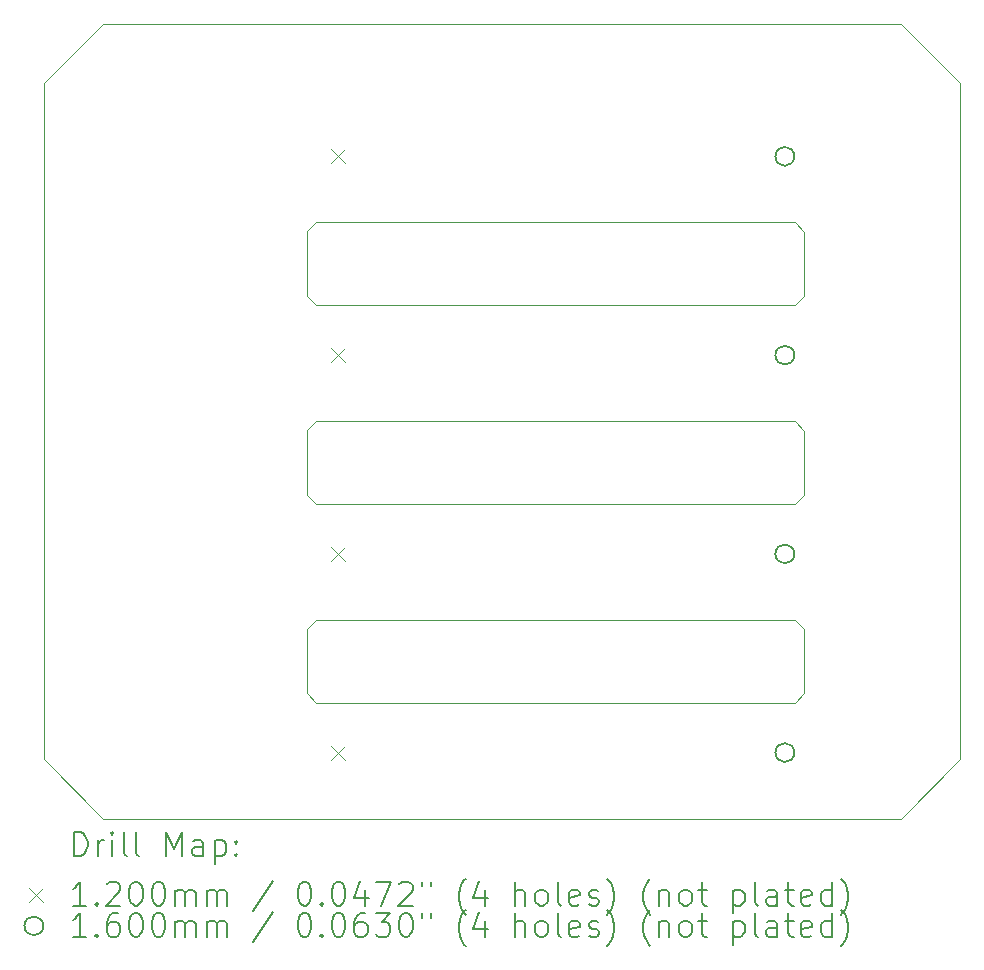
<source format=gbr>
%TF.GenerationSoftware,KiCad,Pcbnew,7.0.9*%
%TF.CreationDate,2025-01-01T13:08:24+08:00*%
%TF.ProjectId,ver0.1-rounded,76657230-2e31-42d7-926f-756e6465642e,rev?*%
%TF.SameCoordinates,Original*%
%TF.FileFunction,Drillmap*%
%TF.FilePolarity,Positive*%
%FSLAX45Y45*%
G04 Gerber Fmt 4.5, Leading zero omitted, Abs format (unit mm)*
G04 Created by KiCad (PCBNEW 7.0.9) date 2025-01-01 13:08:24*
%MOMM*%
%LPD*%
G01*
G04 APERTURE LIST*
%ADD10C,0.100000*%
%ADD11C,0.200000*%
%ADD12C,0.120000*%
%ADD13C,0.160000*%
G04 APERTURE END LIST*
D10*
X12956772Y-11904302D02*
X13036772Y-11827734D01*
X13036580Y-12529890D02*
X17088272Y-12529890D01*
X17168272Y-12450590D02*
X17168464Y-11907734D01*
X12956580Y-10767590D02*
X12956772Y-10221303D01*
X17088272Y-10846890D02*
X17168272Y-10766890D01*
X12956580Y-12450590D02*
X12956772Y-11904302D01*
X17088464Y-11827734D02*
X17168464Y-11907734D01*
X17168272Y-9084590D02*
X17168464Y-8541734D01*
X12956580Y-9084590D02*
X12956772Y-8538303D01*
X10730832Y-13010034D02*
X11230832Y-13510034D01*
X17088464Y-11827734D02*
X13036772Y-11827734D01*
X17088464Y-10144734D02*
X17168464Y-10224734D01*
X17088464Y-10144734D02*
X13036772Y-10144734D01*
X17168272Y-10767590D02*
X17168464Y-10224734D01*
X17990922Y-13510034D02*
X11230832Y-13510034D01*
X17088464Y-8461734D02*
X13036772Y-8461734D01*
X17088272Y-9163890D02*
X17168272Y-9083890D01*
X17088272Y-12529890D02*
X17168272Y-12449890D01*
X13036580Y-10847590D02*
X12956580Y-10767590D01*
X11230990Y-6778772D02*
X10730990Y-7278772D01*
X17990922Y-13510034D02*
X18490922Y-13010034D01*
X13036580Y-9163890D02*
X17088272Y-9163890D01*
X18491080Y-7278772D02*
X18490922Y-13010034D01*
X12956772Y-10221303D02*
X13036772Y-10144734D01*
X10730832Y-13010034D02*
X10730990Y-7278772D01*
X13036580Y-9164590D02*
X12956580Y-9084590D01*
X13036580Y-12529890D02*
X12956580Y-12450590D01*
X11230990Y-6778772D02*
X17991080Y-6778772D01*
X18491080Y-7278772D02*
X17991080Y-6778772D01*
X13036580Y-10846890D02*
X17088272Y-10846890D01*
X12956772Y-8538303D02*
X13036772Y-8461734D01*
X17088464Y-8461734D02*
X17168464Y-8541734D01*
D11*
D12*
X13164232Y-7843414D02*
X13284232Y-7963414D01*
X13284232Y-7843414D02*
X13164232Y-7963414D01*
X13164232Y-9526414D02*
X13284232Y-9646414D01*
X13284232Y-9526414D02*
X13164232Y-9646414D01*
X13164232Y-11209414D02*
X13284232Y-11329414D01*
X13284232Y-11209414D02*
X13164232Y-11329414D01*
X13164232Y-12891714D02*
X13284232Y-13011714D01*
X13284232Y-12891714D02*
X13164232Y-13011714D01*
D13*
X17084232Y-7903414D02*
G75*
G03*
X17084232Y-7903414I-80000J0D01*
G01*
X17084232Y-9586414D02*
G75*
G03*
X17084232Y-9586414I-80000J0D01*
G01*
X17084232Y-11269414D02*
G75*
G03*
X17084232Y-11269414I-80000J0D01*
G01*
X17084232Y-12951714D02*
G75*
G03*
X17084232Y-12951714I-80000J0D01*
G01*
D11*
X10986609Y-13826518D02*
X10986609Y-13626518D01*
X10986609Y-13626518D02*
X11034228Y-13626518D01*
X11034228Y-13626518D02*
X11062799Y-13636042D01*
X11062799Y-13636042D02*
X11081847Y-13655089D01*
X11081847Y-13655089D02*
X11091371Y-13674137D01*
X11091371Y-13674137D02*
X11100895Y-13712232D01*
X11100895Y-13712232D02*
X11100895Y-13740803D01*
X11100895Y-13740803D02*
X11091371Y-13778899D01*
X11091371Y-13778899D02*
X11081847Y-13797946D01*
X11081847Y-13797946D02*
X11062799Y-13816994D01*
X11062799Y-13816994D02*
X11034228Y-13826518D01*
X11034228Y-13826518D02*
X10986609Y-13826518D01*
X11186609Y-13826518D02*
X11186609Y-13693184D01*
X11186609Y-13731280D02*
X11196133Y-13712232D01*
X11196133Y-13712232D02*
X11205656Y-13702708D01*
X11205656Y-13702708D02*
X11224704Y-13693184D01*
X11224704Y-13693184D02*
X11243752Y-13693184D01*
X11310418Y-13826518D02*
X11310418Y-13693184D01*
X11310418Y-13626518D02*
X11300894Y-13636042D01*
X11300894Y-13636042D02*
X11310418Y-13645565D01*
X11310418Y-13645565D02*
X11319942Y-13636042D01*
X11319942Y-13636042D02*
X11310418Y-13626518D01*
X11310418Y-13626518D02*
X11310418Y-13645565D01*
X11434228Y-13826518D02*
X11415180Y-13816994D01*
X11415180Y-13816994D02*
X11405656Y-13797946D01*
X11405656Y-13797946D02*
X11405656Y-13626518D01*
X11538990Y-13826518D02*
X11519942Y-13816994D01*
X11519942Y-13816994D02*
X11510418Y-13797946D01*
X11510418Y-13797946D02*
X11510418Y-13626518D01*
X11767561Y-13826518D02*
X11767561Y-13626518D01*
X11767561Y-13626518D02*
X11834228Y-13769375D01*
X11834228Y-13769375D02*
X11900894Y-13626518D01*
X11900894Y-13626518D02*
X11900894Y-13826518D01*
X12081847Y-13826518D02*
X12081847Y-13721756D01*
X12081847Y-13721756D02*
X12072323Y-13702708D01*
X12072323Y-13702708D02*
X12053275Y-13693184D01*
X12053275Y-13693184D02*
X12015180Y-13693184D01*
X12015180Y-13693184D02*
X11996133Y-13702708D01*
X12081847Y-13816994D02*
X12062799Y-13826518D01*
X12062799Y-13826518D02*
X12015180Y-13826518D01*
X12015180Y-13826518D02*
X11996133Y-13816994D01*
X11996133Y-13816994D02*
X11986609Y-13797946D01*
X11986609Y-13797946D02*
X11986609Y-13778899D01*
X11986609Y-13778899D02*
X11996133Y-13759851D01*
X11996133Y-13759851D02*
X12015180Y-13750327D01*
X12015180Y-13750327D02*
X12062799Y-13750327D01*
X12062799Y-13750327D02*
X12081847Y-13740803D01*
X12177085Y-13693184D02*
X12177085Y-13893184D01*
X12177085Y-13702708D02*
X12196133Y-13693184D01*
X12196133Y-13693184D02*
X12234228Y-13693184D01*
X12234228Y-13693184D02*
X12253275Y-13702708D01*
X12253275Y-13702708D02*
X12262799Y-13712232D01*
X12262799Y-13712232D02*
X12272323Y-13731280D01*
X12272323Y-13731280D02*
X12272323Y-13788422D01*
X12272323Y-13788422D02*
X12262799Y-13807470D01*
X12262799Y-13807470D02*
X12253275Y-13816994D01*
X12253275Y-13816994D02*
X12234228Y-13826518D01*
X12234228Y-13826518D02*
X12196133Y-13826518D01*
X12196133Y-13826518D02*
X12177085Y-13816994D01*
X12358037Y-13807470D02*
X12367561Y-13816994D01*
X12367561Y-13816994D02*
X12358037Y-13826518D01*
X12358037Y-13826518D02*
X12348514Y-13816994D01*
X12348514Y-13816994D02*
X12358037Y-13807470D01*
X12358037Y-13807470D02*
X12358037Y-13826518D01*
X12358037Y-13702708D02*
X12367561Y-13712232D01*
X12367561Y-13712232D02*
X12358037Y-13721756D01*
X12358037Y-13721756D02*
X12348514Y-13712232D01*
X12348514Y-13712232D02*
X12358037Y-13702708D01*
X12358037Y-13702708D02*
X12358037Y-13721756D01*
D12*
X10605832Y-14095034D02*
X10725832Y-14215034D01*
X10725832Y-14095034D02*
X10605832Y-14215034D01*
D11*
X11091371Y-14246518D02*
X10977085Y-14246518D01*
X11034228Y-14246518D02*
X11034228Y-14046518D01*
X11034228Y-14046518D02*
X11015180Y-14075089D01*
X11015180Y-14075089D02*
X10996133Y-14094137D01*
X10996133Y-14094137D02*
X10977085Y-14103661D01*
X11177085Y-14227470D02*
X11186609Y-14236994D01*
X11186609Y-14236994D02*
X11177085Y-14246518D01*
X11177085Y-14246518D02*
X11167561Y-14236994D01*
X11167561Y-14236994D02*
X11177085Y-14227470D01*
X11177085Y-14227470D02*
X11177085Y-14246518D01*
X11262799Y-14065565D02*
X11272323Y-14056042D01*
X11272323Y-14056042D02*
X11291371Y-14046518D01*
X11291371Y-14046518D02*
X11338990Y-14046518D01*
X11338990Y-14046518D02*
X11358037Y-14056042D01*
X11358037Y-14056042D02*
X11367561Y-14065565D01*
X11367561Y-14065565D02*
X11377085Y-14084613D01*
X11377085Y-14084613D02*
X11377085Y-14103661D01*
X11377085Y-14103661D02*
X11367561Y-14132232D01*
X11367561Y-14132232D02*
X11253275Y-14246518D01*
X11253275Y-14246518D02*
X11377085Y-14246518D01*
X11500894Y-14046518D02*
X11519942Y-14046518D01*
X11519942Y-14046518D02*
X11538990Y-14056042D01*
X11538990Y-14056042D02*
X11548514Y-14065565D01*
X11548514Y-14065565D02*
X11558037Y-14084613D01*
X11558037Y-14084613D02*
X11567561Y-14122708D01*
X11567561Y-14122708D02*
X11567561Y-14170327D01*
X11567561Y-14170327D02*
X11558037Y-14208422D01*
X11558037Y-14208422D02*
X11548514Y-14227470D01*
X11548514Y-14227470D02*
X11538990Y-14236994D01*
X11538990Y-14236994D02*
X11519942Y-14246518D01*
X11519942Y-14246518D02*
X11500894Y-14246518D01*
X11500894Y-14246518D02*
X11481847Y-14236994D01*
X11481847Y-14236994D02*
X11472323Y-14227470D01*
X11472323Y-14227470D02*
X11462799Y-14208422D01*
X11462799Y-14208422D02*
X11453275Y-14170327D01*
X11453275Y-14170327D02*
X11453275Y-14122708D01*
X11453275Y-14122708D02*
X11462799Y-14084613D01*
X11462799Y-14084613D02*
X11472323Y-14065565D01*
X11472323Y-14065565D02*
X11481847Y-14056042D01*
X11481847Y-14056042D02*
X11500894Y-14046518D01*
X11691371Y-14046518D02*
X11710418Y-14046518D01*
X11710418Y-14046518D02*
X11729466Y-14056042D01*
X11729466Y-14056042D02*
X11738990Y-14065565D01*
X11738990Y-14065565D02*
X11748514Y-14084613D01*
X11748514Y-14084613D02*
X11758037Y-14122708D01*
X11758037Y-14122708D02*
X11758037Y-14170327D01*
X11758037Y-14170327D02*
X11748514Y-14208422D01*
X11748514Y-14208422D02*
X11738990Y-14227470D01*
X11738990Y-14227470D02*
X11729466Y-14236994D01*
X11729466Y-14236994D02*
X11710418Y-14246518D01*
X11710418Y-14246518D02*
X11691371Y-14246518D01*
X11691371Y-14246518D02*
X11672323Y-14236994D01*
X11672323Y-14236994D02*
X11662799Y-14227470D01*
X11662799Y-14227470D02*
X11653275Y-14208422D01*
X11653275Y-14208422D02*
X11643752Y-14170327D01*
X11643752Y-14170327D02*
X11643752Y-14122708D01*
X11643752Y-14122708D02*
X11653275Y-14084613D01*
X11653275Y-14084613D02*
X11662799Y-14065565D01*
X11662799Y-14065565D02*
X11672323Y-14056042D01*
X11672323Y-14056042D02*
X11691371Y-14046518D01*
X11843752Y-14246518D02*
X11843752Y-14113184D01*
X11843752Y-14132232D02*
X11853275Y-14122708D01*
X11853275Y-14122708D02*
X11872323Y-14113184D01*
X11872323Y-14113184D02*
X11900895Y-14113184D01*
X11900895Y-14113184D02*
X11919942Y-14122708D01*
X11919942Y-14122708D02*
X11929466Y-14141756D01*
X11929466Y-14141756D02*
X11929466Y-14246518D01*
X11929466Y-14141756D02*
X11938990Y-14122708D01*
X11938990Y-14122708D02*
X11958037Y-14113184D01*
X11958037Y-14113184D02*
X11986609Y-14113184D01*
X11986609Y-14113184D02*
X12005656Y-14122708D01*
X12005656Y-14122708D02*
X12015180Y-14141756D01*
X12015180Y-14141756D02*
X12015180Y-14246518D01*
X12110418Y-14246518D02*
X12110418Y-14113184D01*
X12110418Y-14132232D02*
X12119942Y-14122708D01*
X12119942Y-14122708D02*
X12138990Y-14113184D01*
X12138990Y-14113184D02*
X12167561Y-14113184D01*
X12167561Y-14113184D02*
X12186609Y-14122708D01*
X12186609Y-14122708D02*
X12196133Y-14141756D01*
X12196133Y-14141756D02*
X12196133Y-14246518D01*
X12196133Y-14141756D02*
X12205656Y-14122708D01*
X12205656Y-14122708D02*
X12224704Y-14113184D01*
X12224704Y-14113184D02*
X12253275Y-14113184D01*
X12253275Y-14113184D02*
X12272323Y-14122708D01*
X12272323Y-14122708D02*
X12281847Y-14141756D01*
X12281847Y-14141756D02*
X12281847Y-14246518D01*
X12672323Y-14036994D02*
X12500895Y-14294137D01*
X12929466Y-14046518D02*
X12948514Y-14046518D01*
X12948514Y-14046518D02*
X12967561Y-14056042D01*
X12967561Y-14056042D02*
X12977085Y-14065565D01*
X12977085Y-14065565D02*
X12986609Y-14084613D01*
X12986609Y-14084613D02*
X12996133Y-14122708D01*
X12996133Y-14122708D02*
X12996133Y-14170327D01*
X12996133Y-14170327D02*
X12986609Y-14208422D01*
X12986609Y-14208422D02*
X12977085Y-14227470D01*
X12977085Y-14227470D02*
X12967561Y-14236994D01*
X12967561Y-14236994D02*
X12948514Y-14246518D01*
X12948514Y-14246518D02*
X12929466Y-14246518D01*
X12929466Y-14246518D02*
X12910418Y-14236994D01*
X12910418Y-14236994D02*
X12900895Y-14227470D01*
X12900895Y-14227470D02*
X12891371Y-14208422D01*
X12891371Y-14208422D02*
X12881847Y-14170327D01*
X12881847Y-14170327D02*
X12881847Y-14122708D01*
X12881847Y-14122708D02*
X12891371Y-14084613D01*
X12891371Y-14084613D02*
X12900895Y-14065565D01*
X12900895Y-14065565D02*
X12910418Y-14056042D01*
X12910418Y-14056042D02*
X12929466Y-14046518D01*
X13081847Y-14227470D02*
X13091371Y-14236994D01*
X13091371Y-14236994D02*
X13081847Y-14246518D01*
X13081847Y-14246518D02*
X13072323Y-14236994D01*
X13072323Y-14236994D02*
X13081847Y-14227470D01*
X13081847Y-14227470D02*
X13081847Y-14246518D01*
X13215180Y-14046518D02*
X13234228Y-14046518D01*
X13234228Y-14046518D02*
X13253276Y-14056042D01*
X13253276Y-14056042D02*
X13262799Y-14065565D01*
X13262799Y-14065565D02*
X13272323Y-14084613D01*
X13272323Y-14084613D02*
X13281847Y-14122708D01*
X13281847Y-14122708D02*
X13281847Y-14170327D01*
X13281847Y-14170327D02*
X13272323Y-14208422D01*
X13272323Y-14208422D02*
X13262799Y-14227470D01*
X13262799Y-14227470D02*
X13253276Y-14236994D01*
X13253276Y-14236994D02*
X13234228Y-14246518D01*
X13234228Y-14246518D02*
X13215180Y-14246518D01*
X13215180Y-14246518D02*
X13196133Y-14236994D01*
X13196133Y-14236994D02*
X13186609Y-14227470D01*
X13186609Y-14227470D02*
X13177085Y-14208422D01*
X13177085Y-14208422D02*
X13167561Y-14170327D01*
X13167561Y-14170327D02*
X13167561Y-14122708D01*
X13167561Y-14122708D02*
X13177085Y-14084613D01*
X13177085Y-14084613D02*
X13186609Y-14065565D01*
X13186609Y-14065565D02*
X13196133Y-14056042D01*
X13196133Y-14056042D02*
X13215180Y-14046518D01*
X13453276Y-14113184D02*
X13453276Y-14246518D01*
X13405657Y-14036994D02*
X13358038Y-14179851D01*
X13358038Y-14179851D02*
X13481847Y-14179851D01*
X13538990Y-14046518D02*
X13672323Y-14046518D01*
X13672323Y-14046518D02*
X13586609Y-14246518D01*
X13738990Y-14065565D02*
X13748514Y-14056042D01*
X13748514Y-14056042D02*
X13767561Y-14046518D01*
X13767561Y-14046518D02*
X13815180Y-14046518D01*
X13815180Y-14046518D02*
X13834228Y-14056042D01*
X13834228Y-14056042D02*
X13843752Y-14065565D01*
X13843752Y-14065565D02*
X13853276Y-14084613D01*
X13853276Y-14084613D02*
X13853276Y-14103661D01*
X13853276Y-14103661D02*
X13843752Y-14132232D01*
X13843752Y-14132232D02*
X13729466Y-14246518D01*
X13729466Y-14246518D02*
X13853276Y-14246518D01*
X13929466Y-14046518D02*
X13929466Y-14084613D01*
X14005657Y-14046518D02*
X14005657Y-14084613D01*
X14300895Y-14322708D02*
X14291371Y-14313184D01*
X14291371Y-14313184D02*
X14272323Y-14284613D01*
X14272323Y-14284613D02*
X14262800Y-14265565D01*
X14262800Y-14265565D02*
X14253276Y-14236994D01*
X14253276Y-14236994D02*
X14243752Y-14189375D01*
X14243752Y-14189375D02*
X14243752Y-14151280D01*
X14243752Y-14151280D02*
X14253276Y-14103661D01*
X14253276Y-14103661D02*
X14262800Y-14075089D01*
X14262800Y-14075089D02*
X14272323Y-14056042D01*
X14272323Y-14056042D02*
X14291371Y-14027470D01*
X14291371Y-14027470D02*
X14300895Y-14017946D01*
X14462800Y-14113184D02*
X14462800Y-14246518D01*
X14415180Y-14036994D02*
X14367561Y-14179851D01*
X14367561Y-14179851D02*
X14491371Y-14179851D01*
X14719942Y-14246518D02*
X14719942Y-14046518D01*
X14805657Y-14246518D02*
X14805657Y-14141756D01*
X14805657Y-14141756D02*
X14796133Y-14122708D01*
X14796133Y-14122708D02*
X14777085Y-14113184D01*
X14777085Y-14113184D02*
X14748514Y-14113184D01*
X14748514Y-14113184D02*
X14729466Y-14122708D01*
X14729466Y-14122708D02*
X14719942Y-14132232D01*
X14929466Y-14246518D02*
X14910419Y-14236994D01*
X14910419Y-14236994D02*
X14900895Y-14227470D01*
X14900895Y-14227470D02*
X14891371Y-14208422D01*
X14891371Y-14208422D02*
X14891371Y-14151280D01*
X14891371Y-14151280D02*
X14900895Y-14132232D01*
X14900895Y-14132232D02*
X14910419Y-14122708D01*
X14910419Y-14122708D02*
X14929466Y-14113184D01*
X14929466Y-14113184D02*
X14958038Y-14113184D01*
X14958038Y-14113184D02*
X14977085Y-14122708D01*
X14977085Y-14122708D02*
X14986609Y-14132232D01*
X14986609Y-14132232D02*
X14996133Y-14151280D01*
X14996133Y-14151280D02*
X14996133Y-14208422D01*
X14996133Y-14208422D02*
X14986609Y-14227470D01*
X14986609Y-14227470D02*
X14977085Y-14236994D01*
X14977085Y-14236994D02*
X14958038Y-14246518D01*
X14958038Y-14246518D02*
X14929466Y-14246518D01*
X15110419Y-14246518D02*
X15091371Y-14236994D01*
X15091371Y-14236994D02*
X15081847Y-14217946D01*
X15081847Y-14217946D02*
X15081847Y-14046518D01*
X15262800Y-14236994D02*
X15243752Y-14246518D01*
X15243752Y-14246518D02*
X15205657Y-14246518D01*
X15205657Y-14246518D02*
X15186609Y-14236994D01*
X15186609Y-14236994D02*
X15177085Y-14217946D01*
X15177085Y-14217946D02*
X15177085Y-14141756D01*
X15177085Y-14141756D02*
X15186609Y-14122708D01*
X15186609Y-14122708D02*
X15205657Y-14113184D01*
X15205657Y-14113184D02*
X15243752Y-14113184D01*
X15243752Y-14113184D02*
X15262800Y-14122708D01*
X15262800Y-14122708D02*
X15272323Y-14141756D01*
X15272323Y-14141756D02*
X15272323Y-14160803D01*
X15272323Y-14160803D02*
X15177085Y-14179851D01*
X15348514Y-14236994D02*
X15367562Y-14246518D01*
X15367562Y-14246518D02*
X15405657Y-14246518D01*
X15405657Y-14246518D02*
X15424704Y-14236994D01*
X15424704Y-14236994D02*
X15434228Y-14217946D01*
X15434228Y-14217946D02*
X15434228Y-14208422D01*
X15434228Y-14208422D02*
X15424704Y-14189375D01*
X15424704Y-14189375D02*
X15405657Y-14179851D01*
X15405657Y-14179851D02*
X15377085Y-14179851D01*
X15377085Y-14179851D02*
X15358038Y-14170327D01*
X15358038Y-14170327D02*
X15348514Y-14151280D01*
X15348514Y-14151280D02*
X15348514Y-14141756D01*
X15348514Y-14141756D02*
X15358038Y-14122708D01*
X15358038Y-14122708D02*
X15377085Y-14113184D01*
X15377085Y-14113184D02*
X15405657Y-14113184D01*
X15405657Y-14113184D02*
X15424704Y-14122708D01*
X15500895Y-14322708D02*
X15510419Y-14313184D01*
X15510419Y-14313184D02*
X15529466Y-14284613D01*
X15529466Y-14284613D02*
X15538990Y-14265565D01*
X15538990Y-14265565D02*
X15548514Y-14236994D01*
X15548514Y-14236994D02*
X15558038Y-14189375D01*
X15558038Y-14189375D02*
X15558038Y-14151280D01*
X15558038Y-14151280D02*
X15548514Y-14103661D01*
X15548514Y-14103661D02*
X15538990Y-14075089D01*
X15538990Y-14075089D02*
X15529466Y-14056042D01*
X15529466Y-14056042D02*
X15510419Y-14027470D01*
X15510419Y-14027470D02*
X15500895Y-14017946D01*
X15862800Y-14322708D02*
X15853276Y-14313184D01*
X15853276Y-14313184D02*
X15834228Y-14284613D01*
X15834228Y-14284613D02*
X15824704Y-14265565D01*
X15824704Y-14265565D02*
X15815181Y-14236994D01*
X15815181Y-14236994D02*
X15805657Y-14189375D01*
X15805657Y-14189375D02*
X15805657Y-14151280D01*
X15805657Y-14151280D02*
X15815181Y-14103661D01*
X15815181Y-14103661D02*
X15824704Y-14075089D01*
X15824704Y-14075089D02*
X15834228Y-14056042D01*
X15834228Y-14056042D02*
X15853276Y-14027470D01*
X15853276Y-14027470D02*
X15862800Y-14017946D01*
X15938990Y-14113184D02*
X15938990Y-14246518D01*
X15938990Y-14132232D02*
X15948514Y-14122708D01*
X15948514Y-14122708D02*
X15967562Y-14113184D01*
X15967562Y-14113184D02*
X15996133Y-14113184D01*
X15996133Y-14113184D02*
X16015181Y-14122708D01*
X16015181Y-14122708D02*
X16024704Y-14141756D01*
X16024704Y-14141756D02*
X16024704Y-14246518D01*
X16148514Y-14246518D02*
X16129466Y-14236994D01*
X16129466Y-14236994D02*
X16119943Y-14227470D01*
X16119943Y-14227470D02*
X16110419Y-14208422D01*
X16110419Y-14208422D02*
X16110419Y-14151280D01*
X16110419Y-14151280D02*
X16119943Y-14132232D01*
X16119943Y-14132232D02*
X16129466Y-14122708D01*
X16129466Y-14122708D02*
X16148514Y-14113184D01*
X16148514Y-14113184D02*
X16177085Y-14113184D01*
X16177085Y-14113184D02*
X16196133Y-14122708D01*
X16196133Y-14122708D02*
X16205657Y-14132232D01*
X16205657Y-14132232D02*
X16215181Y-14151280D01*
X16215181Y-14151280D02*
X16215181Y-14208422D01*
X16215181Y-14208422D02*
X16205657Y-14227470D01*
X16205657Y-14227470D02*
X16196133Y-14236994D01*
X16196133Y-14236994D02*
X16177085Y-14246518D01*
X16177085Y-14246518D02*
X16148514Y-14246518D01*
X16272324Y-14113184D02*
X16348514Y-14113184D01*
X16300895Y-14046518D02*
X16300895Y-14217946D01*
X16300895Y-14217946D02*
X16310419Y-14236994D01*
X16310419Y-14236994D02*
X16329466Y-14246518D01*
X16329466Y-14246518D02*
X16348514Y-14246518D01*
X16567562Y-14113184D02*
X16567562Y-14313184D01*
X16567562Y-14122708D02*
X16586609Y-14113184D01*
X16586609Y-14113184D02*
X16624705Y-14113184D01*
X16624705Y-14113184D02*
X16643752Y-14122708D01*
X16643752Y-14122708D02*
X16653276Y-14132232D01*
X16653276Y-14132232D02*
X16662800Y-14151280D01*
X16662800Y-14151280D02*
X16662800Y-14208422D01*
X16662800Y-14208422D02*
X16653276Y-14227470D01*
X16653276Y-14227470D02*
X16643752Y-14236994D01*
X16643752Y-14236994D02*
X16624705Y-14246518D01*
X16624705Y-14246518D02*
X16586609Y-14246518D01*
X16586609Y-14246518D02*
X16567562Y-14236994D01*
X16777085Y-14246518D02*
X16758038Y-14236994D01*
X16758038Y-14236994D02*
X16748514Y-14217946D01*
X16748514Y-14217946D02*
X16748514Y-14046518D01*
X16938990Y-14246518D02*
X16938990Y-14141756D01*
X16938990Y-14141756D02*
X16929467Y-14122708D01*
X16929467Y-14122708D02*
X16910419Y-14113184D01*
X16910419Y-14113184D02*
X16872324Y-14113184D01*
X16872324Y-14113184D02*
X16853276Y-14122708D01*
X16938990Y-14236994D02*
X16919943Y-14246518D01*
X16919943Y-14246518D02*
X16872324Y-14246518D01*
X16872324Y-14246518D02*
X16853276Y-14236994D01*
X16853276Y-14236994D02*
X16843752Y-14217946D01*
X16843752Y-14217946D02*
X16843752Y-14198899D01*
X16843752Y-14198899D02*
X16853276Y-14179851D01*
X16853276Y-14179851D02*
X16872324Y-14170327D01*
X16872324Y-14170327D02*
X16919943Y-14170327D01*
X16919943Y-14170327D02*
X16938990Y-14160803D01*
X17005657Y-14113184D02*
X17081847Y-14113184D01*
X17034228Y-14046518D02*
X17034228Y-14217946D01*
X17034228Y-14217946D02*
X17043752Y-14236994D01*
X17043752Y-14236994D02*
X17062800Y-14246518D01*
X17062800Y-14246518D02*
X17081847Y-14246518D01*
X17224705Y-14236994D02*
X17205657Y-14246518D01*
X17205657Y-14246518D02*
X17167562Y-14246518D01*
X17167562Y-14246518D02*
X17148514Y-14236994D01*
X17148514Y-14236994D02*
X17138990Y-14217946D01*
X17138990Y-14217946D02*
X17138990Y-14141756D01*
X17138990Y-14141756D02*
X17148514Y-14122708D01*
X17148514Y-14122708D02*
X17167562Y-14113184D01*
X17167562Y-14113184D02*
X17205657Y-14113184D01*
X17205657Y-14113184D02*
X17224705Y-14122708D01*
X17224705Y-14122708D02*
X17234228Y-14141756D01*
X17234228Y-14141756D02*
X17234228Y-14160803D01*
X17234228Y-14160803D02*
X17138990Y-14179851D01*
X17405657Y-14246518D02*
X17405657Y-14046518D01*
X17405657Y-14236994D02*
X17386609Y-14246518D01*
X17386609Y-14246518D02*
X17348514Y-14246518D01*
X17348514Y-14246518D02*
X17329467Y-14236994D01*
X17329467Y-14236994D02*
X17319943Y-14227470D01*
X17319943Y-14227470D02*
X17310419Y-14208422D01*
X17310419Y-14208422D02*
X17310419Y-14151280D01*
X17310419Y-14151280D02*
X17319943Y-14132232D01*
X17319943Y-14132232D02*
X17329467Y-14122708D01*
X17329467Y-14122708D02*
X17348514Y-14113184D01*
X17348514Y-14113184D02*
X17386609Y-14113184D01*
X17386609Y-14113184D02*
X17405657Y-14122708D01*
X17481848Y-14322708D02*
X17491371Y-14313184D01*
X17491371Y-14313184D02*
X17510419Y-14284613D01*
X17510419Y-14284613D02*
X17519943Y-14265565D01*
X17519943Y-14265565D02*
X17529467Y-14236994D01*
X17529467Y-14236994D02*
X17538990Y-14189375D01*
X17538990Y-14189375D02*
X17538990Y-14151280D01*
X17538990Y-14151280D02*
X17529467Y-14103661D01*
X17529467Y-14103661D02*
X17519943Y-14075089D01*
X17519943Y-14075089D02*
X17510419Y-14056042D01*
X17510419Y-14056042D02*
X17491371Y-14027470D01*
X17491371Y-14027470D02*
X17481848Y-14017946D01*
D13*
X10725832Y-14419034D02*
G75*
G03*
X10725832Y-14419034I-80000J0D01*
G01*
D11*
X11091371Y-14510518D02*
X10977085Y-14510518D01*
X11034228Y-14510518D02*
X11034228Y-14310518D01*
X11034228Y-14310518D02*
X11015180Y-14339089D01*
X11015180Y-14339089D02*
X10996133Y-14358137D01*
X10996133Y-14358137D02*
X10977085Y-14367661D01*
X11177085Y-14491470D02*
X11186609Y-14500994D01*
X11186609Y-14500994D02*
X11177085Y-14510518D01*
X11177085Y-14510518D02*
X11167561Y-14500994D01*
X11167561Y-14500994D02*
X11177085Y-14491470D01*
X11177085Y-14491470D02*
X11177085Y-14510518D01*
X11358037Y-14310518D02*
X11319942Y-14310518D01*
X11319942Y-14310518D02*
X11300894Y-14320042D01*
X11300894Y-14320042D02*
X11291371Y-14329565D01*
X11291371Y-14329565D02*
X11272323Y-14358137D01*
X11272323Y-14358137D02*
X11262799Y-14396232D01*
X11262799Y-14396232D02*
X11262799Y-14472422D01*
X11262799Y-14472422D02*
X11272323Y-14491470D01*
X11272323Y-14491470D02*
X11281847Y-14500994D01*
X11281847Y-14500994D02*
X11300894Y-14510518D01*
X11300894Y-14510518D02*
X11338990Y-14510518D01*
X11338990Y-14510518D02*
X11358037Y-14500994D01*
X11358037Y-14500994D02*
X11367561Y-14491470D01*
X11367561Y-14491470D02*
X11377085Y-14472422D01*
X11377085Y-14472422D02*
X11377085Y-14424803D01*
X11377085Y-14424803D02*
X11367561Y-14405756D01*
X11367561Y-14405756D02*
X11358037Y-14396232D01*
X11358037Y-14396232D02*
X11338990Y-14386708D01*
X11338990Y-14386708D02*
X11300894Y-14386708D01*
X11300894Y-14386708D02*
X11281847Y-14396232D01*
X11281847Y-14396232D02*
X11272323Y-14405756D01*
X11272323Y-14405756D02*
X11262799Y-14424803D01*
X11500894Y-14310518D02*
X11519942Y-14310518D01*
X11519942Y-14310518D02*
X11538990Y-14320042D01*
X11538990Y-14320042D02*
X11548514Y-14329565D01*
X11548514Y-14329565D02*
X11558037Y-14348613D01*
X11558037Y-14348613D02*
X11567561Y-14386708D01*
X11567561Y-14386708D02*
X11567561Y-14434327D01*
X11567561Y-14434327D02*
X11558037Y-14472422D01*
X11558037Y-14472422D02*
X11548514Y-14491470D01*
X11548514Y-14491470D02*
X11538990Y-14500994D01*
X11538990Y-14500994D02*
X11519942Y-14510518D01*
X11519942Y-14510518D02*
X11500894Y-14510518D01*
X11500894Y-14510518D02*
X11481847Y-14500994D01*
X11481847Y-14500994D02*
X11472323Y-14491470D01*
X11472323Y-14491470D02*
X11462799Y-14472422D01*
X11462799Y-14472422D02*
X11453275Y-14434327D01*
X11453275Y-14434327D02*
X11453275Y-14386708D01*
X11453275Y-14386708D02*
X11462799Y-14348613D01*
X11462799Y-14348613D02*
X11472323Y-14329565D01*
X11472323Y-14329565D02*
X11481847Y-14320042D01*
X11481847Y-14320042D02*
X11500894Y-14310518D01*
X11691371Y-14310518D02*
X11710418Y-14310518D01*
X11710418Y-14310518D02*
X11729466Y-14320042D01*
X11729466Y-14320042D02*
X11738990Y-14329565D01*
X11738990Y-14329565D02*
X11748514Y-14348613D01*
X11748514Y-14348613D02*
X11758037Y-14386708D01*
X11758037Y-14386708D02*
X11758037Y-14434327D01*
X11758037Y-14434327D02*
X11748514Y-14472422D01*
X11748514Y-14472422D02*
X11738990Y-14491470D01*
X11738990Y-14491470D02*
X11729466Y-14500994D01*
X11729466Y-14500994D02*
X11710418Y-14510518D01*
X11710418Y-14510518D02*
X11691371Y-14510518D01*
X11691371Y-14510518D02*
X11672323Y-14500994D01*
X11672323Y-14500994D02*
X11662799Y-14491470D01*
X11662799Y-14491470D02*
X11653275Y-14472422D01*
X11653275Y-14472422D02*
X11643752Y-14434327D01*
X11643752Y-14434327D02*
X11643752Y-14386708D01*
X11643752Y-14386708D02*
X11653275Y-14348613D01*
X11653275Y-14348613D02*
X11662799Y-14329565D01*
X11662799Y-14329565D02*
X11672323Y-14320042D01*
X11672323Y-14320042D02*
X11691371Y-14310518D01*
X11843752Y-14510518D02*
X11843752Y-14377184D01*
X11843752Y-14396232D02*
X11853275Y-14386708D01*
X11853275Y-14386708D02*
X11872323Y-14377184D01*
X11872323Y-14377184D02*
X11900895Y-14377184D01*
X11900895Y-14377184D02*
X11919942Y-14386708D01*
X11919942Y-14386708D02*
X11929466Y-14405756D01*
X11929466Y-14405756D02*
X11929466Y-14510518D01*
X11929466Y-14405756D02*
X11938990Y-14386708D01*
X11938990Y-14386708D02*
X11958037Y-14377184D01*
X11958037Y-14377184D02*
X11986609Y-14377184D01*
X11986609Y-14377184D02*
X12005656Y-14386708D01*
X12005656Y-14386708D02*
X12015180Y-14405756D01*
X12015180Y-14405756D02*
X12015180Y-14510518D01*
X12110418Y-14510518D02*
X12110418Y-14377184D01*
X12110418Y-14396232D02*
X12119942Y-14386708D01*
X12119942Y-14386708D02*
X12138990Y-14377184D01*
X12138990Y-14377184D02*
X12167561Y-14377184D01*
X12167561Y-14377184D02*
X12186609Y-14386708D01*
X12186609Y-14386708D02*
X12196133Y-14405756D01*
X12196133Y-14405756D02*
X12196133Y-14510518D01*
X12196133Y-14405756D02*
X12205656Y-14386708D01*
X12205656Y-14386708D02*
X12224704Y-14377184D01*
X12224704Y-14377184D02*
X12253275Y-14377184D01*
X12253275Y-14377184D02*
X12272323Y-14386708D01*
X12272323Y-14386708D02*
X12281847Y-14405756D01*
X12281847Y-14405756D02*
X12281847Y-14510518D01*
X12672323Y-14300994D02*
X12500895Y-14558137D01*
X12929466Y-14310518D02*
X12948514Y-14310518D01*
X12948514Y-14310518D02*
X12967561Y-14320042D01*
X12967561Y-14320042D02*
X12977085Y-14329565D01*
X12977085Y-14329565D02*
X12986609Y-14348613D01*
X12986609Y-14348613D02*
X12996133Y-14386708D01*
X12996133Y-14386708D02*
X12996133Y-14434327D01*
X12996133Y-14434327D02*
X12986609Y-14472422D01*
X12986609Y-14472422D02*
X12977085Y-14491470D01*
X12977085Y-14491470D02*
X12967561Y-14500994D01*
X12967561Y-14500994D02*
X12948514Y-14510518D01*
X12948514Y-14510518D02*
X12929466Y-14510518D01*
X12929466Y-14510518D02*
X12910418Y-14500994D01*
X12910418Y-14500994D02*
X12900895Y-14491470D01*
X12900895Y-14491470D02*
X12891371Y-14472422D01*
X12891371Y-14472422D02*
X12881847Y-14434327D01*
X12881847Y-14434327D02*
X12881847Y-14386708D01*
X12881847Y-14386708D02*
X12891371Y-14348613D01*
X12891371Y-14348613D02*
X12900895Y-14329565D01*
X12900895Y-14329565D02*
X12910418Y-14320042D01*
X12910418Y-14320042D02*
X12929466Y-14310518D01*
X13081847Y-14491470D02*
X13091371Y-14500994D01*
X13091371Y-14500994D02*
X13081847Y-14510518D01*
X13081847Y-14510518D02*
X13072323Y-14500994D01*
X13072323Y-14500994D02*
X13081847Y-14491470D01*
X13081847Y-14491470D02*
X13081847Y-14510518D01*
X13215180Y-14310518D02*
X13234228Y-14310518D01*
X13234228Y-14310518D02*
X13253276Y-14320042D01*
X13253276Y-14320042D02*
X13262799Y-14329565D01*
X13262799Y-14329565D02*
X13272323Y-14348613D01*
X13272323Y-14348613D02*
X13281847Y-14386708D01*
X13281847Y-14386708D02*
X13281847Y-14434327D01*
X13281847Y-14434327D02*
X13272323Y-14472422D01*
X13272323Y-14472422D02*
X13262799Y-14491470D01*
X13262799Y-14491470D02*
X13253276Y-14500994D01*
X13253276Y-14500994D02*
X13234228Y-14510518D01*
X13234228Y-14510518D02*
X13215180Y-14510518D01*
X13215180Y-14510518D02*
X13196133Y-14500994D01*
X13196133Y-14500994D02*
X13186609Y-14491470D01*
X13186609Y-14491470D02*
X13177085Y-14472422D01*
X13177085Y-14472422D02*
X13167561Y-14434327D01*
X13167561Y-14434327D02*
X13167561Y-14386708D01*
X13167561Y-14386708D02*
X13177085Y-14348613D01*
X13177085Y-14348613D02*
X13186609Y-14329565D01*
X13186609Y-14329565D02*
X13196133Y-14320042D01*
X13196133Y-14320042D02*
X13215180Y-14310518D01*
X13453276Y-14310518D02*
X13415180Y-14310518D01*
X13415180Y-14310518D02*
X13396133Y-14320042D01*
X13396133Y-14320042D02*
X13386609Y-14329565D01*
X13386609Y-14329565D02*
X13367561Y-14358137D01*
X13367561Y-14358137D02*
X13358038Y-14396232D01*
X13358038Y-14396232D02*
X13358038Y-14472422D01*
X13358038Y-14472422D02*
X13367561Y-14491470D01*
X13367561Y-14491470D02*
X13377085Y-14500994D01*
X13377085Y-14500994D02*
X13396133Y-14510518D01*
X13396133Y-14510518D02*
X13434228Y-14510518D01*
X13434228Y-14510518D02*
X13453276Y-14500994D01*
X13453276Y-14500994D02*
X13462799Y-14491470D01*
X13462799Y-14491470D02*
X13472323Y-14472422D01*
X13472323Y-14472422D02*
X13472323Y-14424803D01*
X13472323Y-14424803D02*
X13462799Y-14405756D01*
X13462799Y-14405756D02*
X13453276Y-14396232D01*
X13453276Y-14396232D02*
X13434228Y-14386708D01*
X13434228Y-14386708D02*
X13396133Y-14386708D01*
X13396133Y-14386708D02*
X13377085Y-14396232D01*
X13377085Y-14396232D02*
X13367561Y-14405756D01*
X13367561Y-14405756D02*
X13358038Y-14424803D01*
X13538990Y-14310518D02*
X13662799Y-14310518D01*
X13662799Y-14310518D02*
X13596133Y-14386708D01*
X13596133Y-14386708D02*
X13624704Y-14386708D01*
X13624704Y-14386708D02*
X13643752Y-14396232D01*
X13643752Y-14396232D02*
X13653276Y-14405756D01*
X13653276Y-14405756D02*
X13662799Y-14424803D01*
X13662799Y-14424803D02*
X13662799Y-14472422D01*
X13662799Y-14472422D02*
X13653276Y-14491470D01*
X13653276Y-14491470D02*
X13643752Y-14500994D01*
X13643752Y-14500994D02*
X13624704Y-14510518D01*
X13624704Y-14510518D02*
X13567561Y-14510518D01*
X13567561Y-14510518D02*
X13548514Y-14500994D01*
X13548514Y-14500994D02*
X13538990Y-14491470D01*
X13786609Y-14310518D02*
X13805657Y-14310518D01*
X13805657Y-14310518D02*
X13824704Y-14320042D01*
X13824704Y-14320042D02*
X13834228Y-14329565D01*
X13834228Y-14329565D02*
X13843752Y-14348613D01*
X13843752Y-14348613D02*
X13853276Y-14386708D01*
X13853276Y-14386708D02*
X13853276Y-14434327D01*
X13853276Y-14434327D02*
X13843752Y-14472422D01*
X13843752Y-14472422D02*
X13834228Y-14491470D01*
X13834228Y-14491470D02*
X13824704Y-14500994D01*
X13824704Y-14500994D02*
X13805657Y-14510518D01*
X13805657Y-14510518D02*
X13786609Y-14510518D01*
X13786609Y-14510518D02*
X13767561Y-14500994D01*
X13767561Y-14500994D02*
X13758038Y-14491470D01*
X13758038Y-14491470D02*
X13748514Y-14472422D01*
X13748514Y-14472422D02*
X13738990Y-14434327D01*
X13738990Y-14434327D02*
X13738990Y-14386708D01*
X13738990Y-14386708D02*
X13748514Y-14348613D01*
X13748514Y-14348613D02*
X13758038Y-14329565D01*
X13758038Y-14329565D02*
X13767561Y-14320042D01*
X13767561Y-14320042D02*
X13786609Y-14310518D01*
X13929466Y-14310518D02*
X13929466Y-14348613D01*
X14005657Y-14310518D02*
X14005657Y-14348613D01*
X14300895Y-14586708D02*
X14291371Y-14577184D01*
X14291371Y-14577184D02*
X14272323Y-14548613D01*
X14272323Y-14548613D02*
X14262800Y-14529565D01*
X14262800Y-14529565D02*
X14253276Y-14500994D01*
X14253276Y-14500994D02*
X14243752Y-14453375D01*
X14243752Y-14453375D02*
X14243752Y-14415280D01*
X14243752Y-14415280D02*
X14253276Y-14367661D01*
X14253276Y-14367661D02*
X14262800Y-14339089D01*
X14262800Y-14339089D02*
X14272323Y-14320042D01*
X14272323Y-14320042D02*
X14291371Y-14291470D01*
X14291371Y-14291470D02*
X14300895Y-14281946D01*
X14462800Y-14377184D02*
X14462800Y-14510518D01*
X14415180Y-14300994D02*
X14367561Y-14443851D01*
X14367561Y-14443851D02*
X14491371Y-14443851D01*
X14719942Y-14510518D02*
X14719942Y-14310518D01*
X14805657Y-14510518D02*
X14805657Y-14405756D01*
X14805657Y-14405756D02*
X14796133Y-14386708D01*
X14796133Y-14386708D02*
X14777085Y-14377184D01*
X14777085Y-14377184D02*
X14748514Y-14377184D01*
X14748514Y-14377184D02*
X14729466Y-14386708D01*
X14729466Y-14386708D02*
X14719942Y-14396232D01*
X14929466Y-14510518D02*
X14910419Y-14500994D01*
X14910419Y-14500994D02*
X14900895Y-14491470D01*
X14900895Y-14491470D02*
X14891371Y-14472422D01*
X14891371Y-14472422D02*
X14891371Y-14415280D01*
X14891371Y-14415280D02*
X14900895Y-14396232D01*
X14900895Y-14396232D02*
X14910419Y-14386708D01*
X14910419Y-14386708D02*
X14929466Y-14377184D01*
X14929466Y-14377184D02*
X14958038Y-14377184D01*
X14958038Y-14377184D02*
X14977085Y-14386708D01*
X14977085Y-14386708D02*
X14986609Y-14396232D01*
X14986609Y-14396232D02*
X14996133Y-14415280D01*
X14996133Y-14415280D02*
X14996133Y-14472422D01*
X14996133Y-14472422D02*
X14986609Y-14491470D01*
X14986609Y-14491470D02*
X14977085Y-14500994D01*
X14977085Y-14500994D02*
X14958038Y-14510518D01*
X14958038Y-14510518D02*
X14929466Y-14510518D01*
X15110419Y-14510518D02*
X15091371Y-14500994D01*
X15091371Y-14500994D02*
X15081847Y-14481946D01*
X15081847Y-14481946D02*
X15081847Y-14310518D01*
X15262800Y-14500994D02*
X15243752Y-14510518D01*
X15243752Y-14510518D02*
X15205657Y-14510518D01*
X15205657Y-14510518D02*
X15186609Y-14500994D01*
X15186609Y-14500994D02*
X15177085Y-14481946D01*
X15177085Y-14481946D02*
X15177085Y-14405756D01*
X15177085Y-14405756D02*
X15186609Y-14386708D01*
X15186609Y-14386708D02*
X15205657Y-14377184D01*
X15205657Y-14377184D02*
X15243752Y-14377184D01*
X15243752Y-14377184D02*
X15262800Y-14386708D01*
X15262800Y-14386708D02*
X15272323Y-14405756D01*
X15272323Y-14405756D02*
X15272323Y-14424803D01*
X15272323Y-14424803D02*
X15177085Y-14443851D01*
X15348514Y-14500994D02*
X15367562Y-14510518D01*
X15367562Y-14510518D02*
X15405657Y-14510518D01*
X15405657Y-14510518D02*
X15424704Y-14500994D01*
X15424704Y-14500994D02*
X15434228Y-14481946D01*
X15434228Y-14481946D02*
X15434228Y-14472422D01*
X15434228Y-14472422D02*
X15424704Y-14453375D01*
X15424704Y-14453375D02*
X15405657Y-14443851D01*
X15405657Y-14443851D02*
X15377085Y-14443851D01*
X15377085Y-14443851D02*
X15358038Y-14434327D01*
X15358038Y-14434327D02*
X15348514Y-14415280D01*
X15348514Y-14415280D02*
X15348514Y-14405756D01*
X15348514Y-14405756D02*
X15358038Y-14386708D01*
X15358038Y-14386708D02*
X15377085Y-14377184D01*
X15377085Y-14377184D02*
X15405657Y-14377184D01*
X15405657Y-14377184D02*
X15424704Y-14386708D01*
X15500895Y-14586708D02*
X15510419Y-14577184D01*
X15510419Y-14577184D02*
X15529466Y-14548613D01*
X15529466Y-14548613D02*
X15538990Y-14529565D01*
X15538990Y-14529565D02*
X15548514Y-14500994D01*
X15548514Y-14500994D02*
X15558038Y-14453375D01*
X15558038Y-14453375D02*
X15558038Y-14415280D01*
X15558038Y-14415280D02*
X15548514Y-14367661D01*
X15548514Y-14367661D02*
X15538990Y-14339089D01*
X15538990Y-14339089D02*
X15529466Y-14320042D01*
X15529466Y-14320042D02*
X15510419Y-14291470D01*
X15510419Y-14291470D02*
X15500895Y-14281946D01*
X15862800Y-14586708D02*
X15853276Y-14577184D01*
X15853276Y-14577184D02*
X15834228Y-14548613D01*
X15834228Y-14548613D02*
X15824704Y-14529565D01*
X15824704Y-14529565D02*
X15815181Y-14500994D01*
X15815181Y-14500994D02*
X15805657Y-14453375D01*
X15805657Y-14453375D02*
X15805657Y-14415280D01*
X15805657Y-14415280D02*
X15815181Y-14367661D01*
X15815181Y-14367661D02*
X15824704Y-14339089D01*
X15824704Y-14339089D02*
X15834228Y-14320042D01*
X15834228Y-14320042D02*
X15853276Y-14291470D01*
X15853276Y-14291470D02*
X15862800Y-14281946D01*
X15938990Y-14377184D02*
X15938990Y-14510518D01*
X15938990Y-14396232D02*
X15948514Y-14386708D01*
X15948514Y-14386708D02*
X15967562Y-14377184D01*
X15967562Y-14377184D02*
X15996133Y-14377184D01*
X15996133Y-14377184D02*
X16015181Y-14386708D01*
X16015181Y-14386708D02*
X16024704Y-14405756D01*
X16024704Y-14405756D02*
X16024704Y-14510518D01*
X16148514Y-14510518D02*
X16129466Y-14500994D01*
X16129466Y-14500994D02*
X16119943Y-14491470D01*
X16119943Y-14491470D02*
X16110419Y-14472422D01*
X16110419Y-14472422D02*
X16110419Y-14415280D01*
X16110419Y-14415280D02*
X16119943Y-14396232D01*
X16119943Y-14396232D02*
X16129466Y-14386708D01*
X16129466Y-14386708D02*
X16148514Y-14377184D01*
X16148514Y-14377184D02*
X16177085Y-14377184D01*
X16177085Y-14377184D02*
X16196133Y-14386708D01*
X16196133Y-14386708D02*
X16205657Y-14396232D01*
X16205657Y-14396232D02*
X16215181Y-14415280D01*
X16215181Y-14415280D02*
X16215181Y-14472422D01*
X16215181Y-14472422D02*
X16205657Y-14491470D01*
X16205657Y-14491470D02*
X16196133Y-14500994D01*
X16196133Y-14500994D02*
X16177085Y-14510518D01*
X16177085Y-14510518D02*
X16148514Y-14510518D01*
X16272324Y-14377184D02*
X16348514Y-14377184D01*
X16300895Y-14310518D02*
X16300895Y-14481946D01*
X16300895Y-14481946D02*
X16310419Y-14500994D01*
X16310419Y-14500994D02*
X16329466Y-14510518D01*
X16329466Y-14510518D02*
X16348514Y-14510518D01*
X16567562Y-14377184D02*
X16567562Y-14577184D01*
X16567562Y-14386708D02*
X16586609Y-14377184D01*
X16586609Y-14377184D02*
X16624705Y-14377184D01*
X16624705Y-14377184D02*
X16643752Y-14386708D01*
X16643752Y-14386708D02*
X16653276Y-14396232D01*
X16653276Y-14396232D02*
X16662800Y-14415280D01*
X16662800Y-14415280D02*
X16662800Y-14472422D01*
X16662800Y-14472422D02*
X16653276Y-14491470D01*
X16653276Y-14491470D02*
X16643752Y-14500994D01*
X16643752Y-14500994D02*
X16624705Y-14510518D01*
X16624705Y-14510518D02*
X16586609Y-14510518D01*
X16586609Y-14510518D02*
X16567562Y-14500994D01*
X16777085Y-14510518D02*
X16758038Y-14500994D01*
X16758038Y-14500994D02*
X16748514Y-14481946D01*
X16748514Y-14481946D02*
X16748514Y-14310518D01*
X16938990Y-14510518D02*
X16938990Y-14405756D01*
X16938990Y-14405756D02*
X16929467Y-14386708D01*
X16929467Y-14386708D02*
X16910419Y-14377184D01*
X16910419Y-14377184D02*
X16872324Y-14377184D01*
X16872324Y-14377184D02*
X16853276Y-14386708D01*
X16938990Y-14500994D02*
X16919943Y-14510518D01*
X16919943Y-14510518D02*
X16872324Y-14510518D01*
X16872324Y-14510518D02*
X16853276Y-14500994D01*
X16853276Y-14500994D02*
X16843752Y-14481946D01*
X16843752Y-14481946D02*
X16843752Y-14462899D01*
X16843752Y-14462899D02*
X16853276Y-14443851D01*
X16853276Y-14443851D02*
X16872324Y-14434327D01*
X16872324Y-14434327D02*
X16919943Y-14434327D01*
X16919943Y-14434327D02*
X16938990Y-14424803D01*
X17005657Y-14377184D02*
X17081847Y-14377184D01*
X17034228Y-14310518D02*
X17034228Y-14481946D01*
X17034228Y-14481946D02*
X17043752Y-14500994D01*
X17043752Y-14500994D02*
X17062800Y-14510518D01*
X17062800Y-14510518D02*
X17081847Y-14510518D01*
X17224705Y-14500994D02*
X17205657Y-14510518D01*
X17205657Y-14510518D02*
X17167562Y-14510518D01*
X17167562Y-14510518D02*
X17148514Y-14500994D01*
X17148514Y-14500994D02*
X17138990Y-14481946D01*
X17138990Y-14481946D02*
X17138990Y-14405756D01*
X17138990Y-14405756D02*
X17148514Y-14386708D01*
X17148514Y-14386708D02*
X17167562Y-14377184D01*
X17167562Y-14377184D02*
X17205657Y-14377184D01*
X17205657Y-14377184D02*
X17224705Y-14386708D01*
X17224705Y-14386708D02*
X17234228Y-14405756D01*
X17234228Y-14405756D02*
X17234228Y-14424803D01*
X17234228Y-14424803D02*
X17138990Y-14443851D01*
X17405657Y-14510518D02*
X17405657Y-14310518D01*
X17405657Y-14500994D02*
X17386609Y-14510518D01*
X17386609Y-14510518D02*
X17348514Y-14510518D01*
X17348514Y-14510518D02*
X17329467Y-14500994D01*
X17329467Y-14500994D02*
X17319943Y-14491470D01*
X17319943Y-14491470D02*
X17310419Y-14472422D01*
X17310419Y-14472422D02*
X17310419Y-14415280D01*
X17310419Y-14415280D02*
X17319943Y-14396232D01*
X17319943Y-14396232D02*
X17329467Y-14386708D01*
X17329467Y-14386708D02*
X17348514Y-14377184D01*
X17348514Y-14377184D02*
X17386609Y-14377184D01*
X17386609Y-14377184D02*
X17405657Y-14386708D01*
X17481848Y-14586708D02*
X17491371Y-14577184D01*
X17491371Y-14577184D02*
X17510419Y-14548613D01*
X17510419Y-14548613D02*
X17519943Y-14529565D01*
X17519943Y-14529565D02*
X17529467Y-14500994D01*
X17529467Y-14500994D02*
X17538990Y-14453375D01*
X17538990Y-14453375D02*
X17538990Y-14415280D01*
X17538990Y-14415280D02*
X17529467Y-14367661D01*
X17529467Y-14367661D02*
X17519943Y-14339089D01*
X17519943Y-14339089D02*
X17510419Y-14320042D01*
X17510419Y-14320042D02*
X17491371Y-14291470D01*
X17491371Y-14291470D02*
X17481848Y-14281946D01*
M02*

</source>
